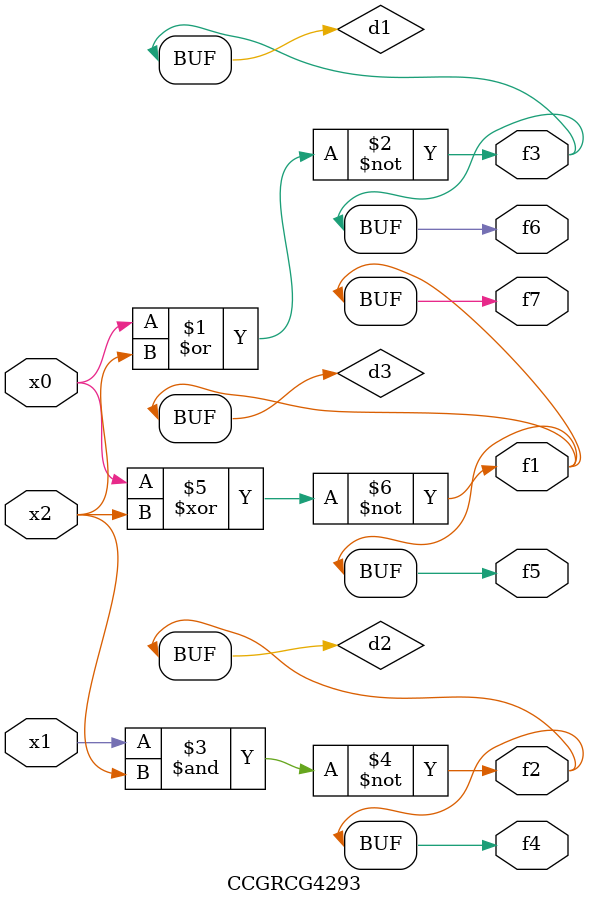
<source format=v>
module CCGRCG4293(
	input x0, x1, x2,
	output f1, f2, f3, f4, f5, f6, f7
);

	wire d1, d2, d3;

	nor (d1, x0, x2);
	nand (d2, x1, x2);
	xnor (d3, x0, x2);
	assign f1 = d3;
	assign f2 = d2;
	assign f3 = d1;
	assign f4 = d2;
	assign f5 = d3;
	assign f6 = d1;
	assign f7 = d3;
endmodule

</source>
